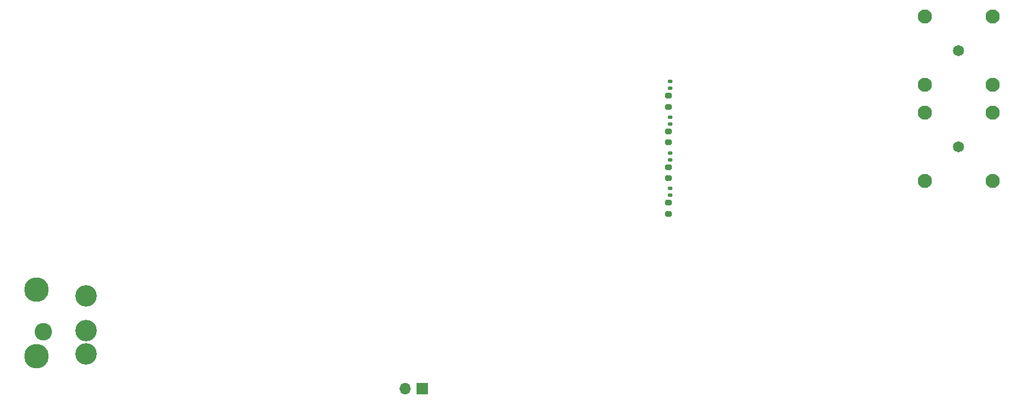
<source format=gbr>
%TF.GenerationSoftware,KiCad,Pcbnew,(6.0.9)*%
%TF.CreationDate,2022-11-10T01:17:40-05:00*%
%TF.ProjectId,5GHzPhaseShifter,3547487a-5068-4617-9365-536869667465,rev?*%
%TF.SameCoordinates,Original*%
%TF.FileFunction,Soldermask,Bot*%
%TF.FilePolarity,Negative*%
%FSLAX46Y46*%
G04 Gerber Fmt 4.6, Leading zero omitted, Abs format (unit mm)*
G04 Created by KiCad (PCBNEW (6.0.9)) date 2022-11-10 01:17:40*
%MOMM*%
%LPD*%
G01*
G04 APERTURE LIST*
G04 Aperture macros list*
%AMRoundRect*
0 Rectangle with rounded corners*
0 $1 Rounding radius*
0 $2 $3 $4 $5 $6 $7 $8 $9 X,Y pos of 4 corners*
0 Add a 4 corners polygon primitive as box body*
4,1,4,$2,$3,$4,$5,$6,$7,$8,$9,$2,$3,0*
0 Add four circle primitives for the rounded corners*
1,1,$1+$1,$2,$3*
1,1,$1+$1,$4,$5*
1,1,$1+$1,$6,$7*
1,1,$1+$1,$8,$9*
0 Add four rect primitives between the rounded corners*
20,1,$1+$1,$2,$3,$4,$5,0*
20,1,$1+$1,$4,$5,$6,$7,0*
20,1,$1+$1,$6,$7,$8,$9,0*
20,1,$1+$1,$8,$9,$2,$3,0*%
G04 Aperture macros list end*
%ADD10C,1.650000*%
%ADD11C,2.100000*%
%ADD12R,1.700000X1.700000*%
%ADD13O,1.700000X1.700000*%
%ADD14C,2.600000*%
%ADD15C,3.200000*%
%ADD16C,3.653000*%
%ADD17RoundRect,0.200000X-0.275000X0.200000X-0.275000X-0.200000X0.275000X-0.200000X0.275000X0.200000X0*%
%ADD18RoundRect,0.135000X-0.185000X0.135000X-0.185000X-0.135000X0.185000X-0.135000X0.185000X0.135000X0*%
%ADD19RoundRect,0.135000X0.185000X-0.135000X0.185000X0.135000X-0.185000X0.135000X-0.185000X-0.135000X0*%
G04 APERTURE END LIST*
D10*
%TO.C,J2*%
X207695800Y-94615000D03*
D11*
X202645800Y-99665000D03*
X202645800Y-89565000D03*
X212745800Y-99665000D03*
X212745800Y-89565000D03*
%TD*%
D10*
%TO.C,J1*%
X207707600Y-108915200D03*
D11*
X202657600Y-113965200D03*
X202657600Y-103865200D03*
X212757600Y-113965200D03*
X212757600Y-103865200D03*
%TD*%
D12*
%TO.C,J4*%
X127996000Y-144906600D03*
D13*
X125456000Y-144906600D03*
%TD*%
D14*
%TO.C,J3*%
X71710000Y-136400000D03*
D15*
X78010000Y-139700000D03*
X78010000Y-131100000D03*
X78010000Y-136300000D03*
D16*
X70710000Y-130200000D03*
X70710000Y-140100000D03*
%TD*%
D17*
%TO.C,C34*%
X164541200Y-117234200D03*
X164541200Y-118884200D03*
%TD*%
D18*
%TO.C,C32*%
X164795200Y-104493600D03*
X164795200Y-105513600D03*
%TD*%
D19*
%TO.C,C30*%
X164795200Y-116130800D03*
X164795200Y-115110800D03*
%TD*%
%TO.C,C27*%
X164846000Y-110847600D03*
X164846000Y-109827600D03*
%TD*%
D17*
%TO.C,C29*%
X164541200Y-101333800D03*
X164541200Y-102983800D03*
%TD*%
%TO.C,C31*%
X164541200Y-111951000D03*
X164541200Y-113601000D03*
%TD*%
D18*
%TO.C,C33*%
X164795200Y-99210400D03*
X164795200Y-100230400D03*
%TD*%
D17*
%TO.C,C28*%
X164541200Y-106617000D03*
X164541200Y-108267000D03*
%TD*%
M02*

</source>
